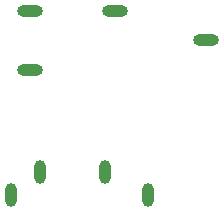
<source format=gbr>
%TF.GenerationSoftware,KiCad,Pcbnew,7.0.2*%
%TF.CreationDate,2024-01-06T11:14:26-08:00*%
%TF.ProjectId,MK_JackAdapter,4d4b5f4a-6163-46b4-9164-61707465722e,1.0*%
%TF.SameCoordinates,Original*%
%TF.FileFunction,Plated,1,2,PTH,Route*%
%TF.FilePolarity,Positive*%
%FSLAX46Y46*%
G04 Gerber Fmt 4.6, Leading zero omitted, Abs format (unit mm)*
G04 Created by KiCad (PCBNEW 7.0.2) date 2024-01-06 11:14:26*
%MOMM*%
%LPD*%
G01*
G04 APERTURE LIST*
G04 aperture for slot hole*
%TA.AperFunction,ComponentDrill*%
%ADD10O,1.000000X2.000000*%
%TD*%
G04 aperture for slot hole*
%TA.AperFunction,ComponentDrill*%
%ADD11O,2.200000X1.000000*%
%TD*%
G04 APERTURE END LIST*
D10*
%TO.C,J2*%
X103515000Y-116612500D03*
D11*
%TO.C,J1*%
X105115000Y-101005000D03*
X105115000Y-106005000D03*
D10*
%TO.C,J2*%
X105915000Y-114612500D03*
X111415000Y-114612500D03*
D11*
%TO.C,J1*%
X112315000Y-101005000D03*
D10*
%TO.C,J2*%
X115115000Y-116612500D03*
D11*
%TO.C,J1*%
X120015000Y-103505000D03*
M02*

</source>
